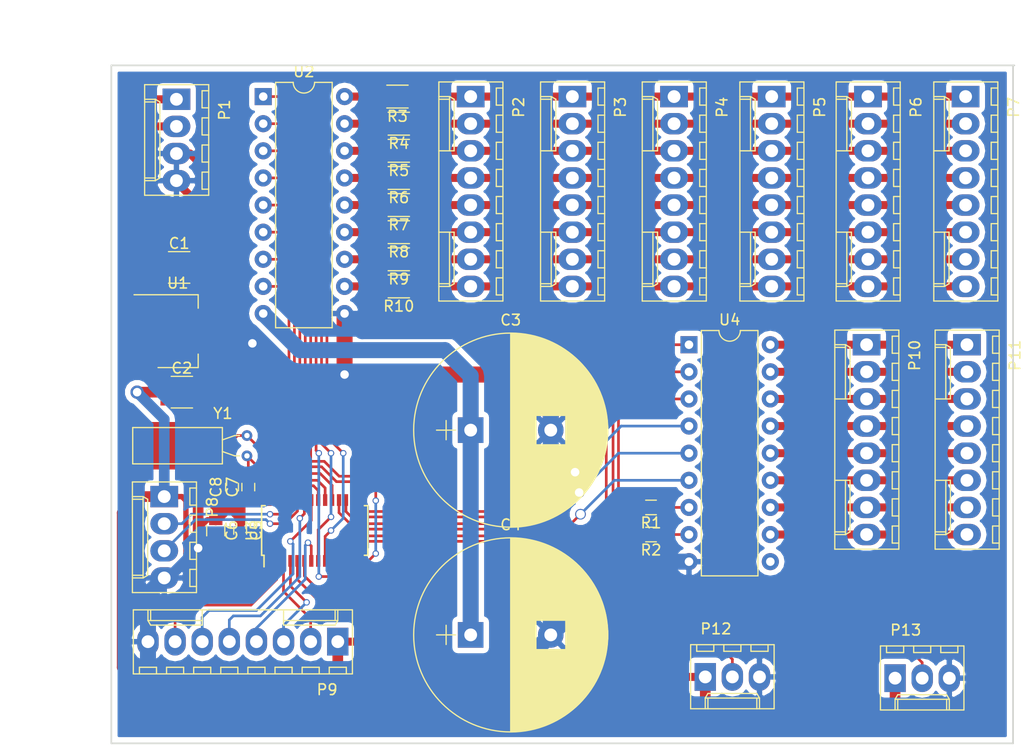
<source format=kicad_pcb>
(kicad_pcb (version 4) (host pcbnew 4.0.4-stable)
  (layers (0 F.Cu signal) (31 B.Cu signal) (34 B.Paste user) (35 F.Paste user) (36 B.SilkS user) (37 F.SilkS user) (38 B.Mask user) (39 F.Mask user) (44 Edge.Cuts user))
  (net 0 "")
  (net 1 /12V)
  (net 2 GND)
  (net 3 /3V3)
  (net 4 "Net-(C7-Pad2)")
  (net 5 "Net-(C8-Pad2)")
  (net 6 "Net-(P2-Pad1)")
  (net 7 "Net-(P2-Pad2)")
  (net 8 "Net-(P2-Pad3)")
  (net 9 "Net-(P2-Pad4)")
  (net 10 "Net-(P2-Pad5)")
  (net 11 "Net-(P2-Pad6)")
  (net 12 "Net-(P2-Pad7)")
  (net 13 "Net-(P2-Pad8)")
  (net 14 /TEST)
  (net 15 /~RST)
  (net 16 /UART_RXD)
  (net 17 /UART_TXD)
  (net 18 /SPICLK)
  (net 19 /MOSI)
  (net 20 /MISO)
  (net 21 /GPIO0)
  (net 22 "Net-(P10-Pad1)")
  (net 23 "Net-(P10-Pad2)")
  (net 24 "Net-(P10-Pad3)")
  (net 25 "Net-(P10-Pad4)")
  (net 26 "Net-(P10-Pad5)")
  (net 27 "Net-(P10-Pad6)")
  (net 28 "Net-(P10-Pad7)")
  (net 29 "Net-(P10-Pad8)")
  (net 30 "Net-(R1-Pad1)")
  (net 31 "Net-(R2-Pad1)")
  (net 32 "Net-(R3-Pad2)")
  (net 33 "Net-(R4-Pad2)")
  (net 34 "Net-(R5-Pad2)")
  (net 35 "Net-(R6-Pad2)")
  (net 36 "Net-(R7-Pad2)")
  (net 37 "Net-(R8-Pad2)")
  (net 38 "Net-(R9-Pad2)")
  (net 39 "Net-(R10-Pad2)")
  (net 40 /LV_SEGA)
  (net 41 /LV_SEGB)
  (net 42 /LV_SEGC)
  (net 43 /LV_SEGD)
  (net 44 /LV_SEGE)
  (net 45 /LV_SEGF)
  (net 46 /LV_SEGG)
  (net 47 /LV_DP)
  (net 48 /LV_DIG0)
  (net 49 /LV_DIG1)
  (net 50 /LV_DIG2)
  (net 51 /LV_DIG3)
  (net 52 /LV_DIG4)
  (net 53 /LV_DIG5)
  (net 54 "Net-(U4-Pad10)")
  (net 55 /LMT86_SIG)
  (net 56 /GPIO1)
  (module Housings_DIP:DIP-18_W7.62mm (layer F.Cu) (at 75.819 57.277)
    (fp_text reference U2 (at 3.81 -2.33) (layer F.SilkS))
    (fp_text value A2981)
    (pad 1 thru_hole rect (at 0 0) (size 1.6 1.6) (drill 0.8) (layers *.Cu *.Mask) (net 40 /LV_SEGA))
    (pad 10 thru_hole oval (at 7.62 20.32) (size 1.6 1.6) (drill 0.8) (layers *.Cu *.Mask) (net 2 GND))
    (pad 2 thru_hole oval (at 0 2.54) (size 1.6 1.6) (drill 0.8) (layers *.Cu *.Mask) (net 41 /LV_SEGB))
    (pad 11 thru_hole oval (at 7.62 17.78) (size 1.6 1.6) (drill 0.8) (layers *.Cu *.Mask) (net 39 "Net-(R10-Pad2)"))
    (pad 3 thru_hole oval (at 0 5.08) (size 1.6 1.6) (drill 0.8) (layers *.Cu *.Mask) (net 42 /LV_SEGC))
    (pad 12 thru_hole oval (at 7.62 15.24) (size 1.6 1.6) (drill 0.8) (layers *.Cu *.Mask) (net 38 "Net-(R9-Pad2)"))
    (pad 4 thru_hole oval (at 0 7.62) (size 1.6 1.6) (drill 0.8) (layers *.Cu *.Mask) (net 43 /LV_SEGD))
    (pad 13 thru_hole oval (at 7.62 12.7) (size 1.6 1.6) (drill 0.8) (layers *.Cu *.Mask) (net 37 "Net-(R8-Pad2)"))
    (pad 5 thru_hole oval (at 0 10.16) (size 1.6 1.6) (drill 0.8) (layers *.Cu *.Mask) (net 44 /LV_SEGE))
    (pad 14 thru_hole oval (at 7.62 10.16) (size 1.6 1.6) (drill 0.8) (layers *.Cu *.Mask) (net 36 "Net-(R7-Pad2)"))
    (pad 6 thru_hole oval (at 0 12.7) (size 1.6 1.6) (drill 0.8) (layers *.Cu *.Mask) (net 45 /LV_SEGF))
    (pad 15 thru_hole oval (at 7.62 7.62) (size 1.6 1.6) (drill 0.8) (layers *.Cu *.Mask) (net 35 "Net-(R6-Pad2)"))
    (pad 7 thru_hole oval (at 0 15.24) (size 1.6 1.6) (drill 0.8) (layers *.Cu *.Mask) (net 46 /LV_SEGG))
    (pad 16 thru_hole oval (at 7.62 5.08) (size 1.6 1.6) (drill 0.8) (layers *.Cu *.Mask) (net 34 "Net-(R5-Pad2)"))
    (pad 8 thru_hole oval (at 0 17.78) (size 1.6 1.6) (drill 0.8) (layers *.Cu *.Mask) (net 47 /LV_DP))
    (pad 17 thru_hole oval (at 7.62 2.54) (size 1.6 1.6) (drill 0.8) (layers *.Cu *.Mask) (net 33 "Net-(R4-Pad2)"))
    (pad 9 thru_hole oval (at 0 20.32) (size 1.6 1.6) (drill 0.8) (layers *.Cu *.Mask) (net 1 /12V))
    (pad 18 thru_hole oval (at 7.62 0) (size 1.6 1.6) (drill 0.8) (layers *.Cu *.Mask) (net 32 "Net-(R3-Pad2)"))
  )
  (module Capacitors_SMD:C_1210 (layer F.Cu) (at 67.945 73.279)
    (fp_text reference C1 (at 0 -2.25) (layer F.SilkS))
    (fp_text value 10uF)
    (pad 1 smd rect (at -1.5 0) (size 1 2.5) (layers F.Cu F.Paste F.Mask) (net 1 /12V))
    (pad 2 smd rect (at 1.5 0) (size 1 2.5) (layers F.Cu F.Paste F.Mask) (net 2 GND))
  )
  (module Capacitors_SMD:C_1210 (layer F.Cu) (at 68.199 84.963)
    (fp_text reference C2 (at 0 -2.25) (layer F.SilkS))
    (fp_text value 10uF)
    (pad 1 smd rect (at -1.5 0) (size 1 2.5) (layers F.Cu F.Paste F.Mask) (net 3 /3V3))
    (pad 2 smd rect (at 1.5 0) (size 1 2.5) (layers F.Cu F.Paste F.Mask) (net 2 GND))
  )
  (module Capacitors_ThroughHole:CP_Radial_D18.0mm_P7.50mm (layer F.Cu) (at 95.25 88.519)
    (fp_text reference C3 (at 3.75 -10.31) (layer F.SilkS))
    (fp_text value 6800uF)
    (pad 1 thru_hole rect (at 0 0) (size 2.4 2.4) (drill 1.2) (layers *.Cu *.Mask) (net 1 /12V))
    (pad 2 thru_hole circle (at 7.5 0) (size 2.4 2.4) (drill 1.2) (layers *.Cu *.Mask) (net 2 GND))
  )
  (module Capacitors_ThroughHole:CP_Radial_D18.0mm_P7.50mm (layer F.Cu) (at 95.25 107.696)
    (fp_text reference C4 (at 3.75 -10.31) (layer F.SilkS))
    (fp_text value 6800uF)
    (pad 1 thru_hole rect (at 0 0) (size 2.4 2.4) (drill 1.2) (layers *.Cu *.Mask) (net 1 /12V))
    (pad 2 thru_hole circle (at 7.5 0) (size 2.4 2.4) (drill 1.2) (layers *.Cu *.Mask) (net 2 GND))
  )
  (module Capacitors_SMD:C_0603 (layer F.Cu) (at 73.66 97.917 270)
    (fp_text reference C5 (at 0 -1.5 270) (layer F.SilkS))
    (fp_text value 100nF)
    (pad 2 smd rect (at 0.75 0 270) (size 0.8 0.75) (layers F.Cu F.Paste F.Mask) (net 3 /3V3))
    (pad 1 smd rect (at -0.75 0 270) (size 0.8 0.75) (layers F.Cu F.Paste F.Mask) (net 2 GND))
  )
  (module Capacitors_SMD:C_0805 (layer F.Cu) (at 71.374 97.917 270)
    (fp_text reference C6 (at 0 -1.5 270) (layer F.SilkS))
    (fp_text value 1uF)
    (pad 1 smd rect (at -1 0 270) (size 1 1.25) (layers F.Cu F.Paste F.Mask) (net 2 GND))
    (pad 2 smd rect (at 1 0 270) (size 1 1.25) (layers F.Cu F.Paste F.Mask) (net 3 /3V3))
  )
  (module Capacitors_SMD:C_0603 (layer F.Cu) (at 74.422 93.853 90)
    (fp_text reference C7 (at 0 -1.5 90) (layer F.SilkS))
    (fp_text value 12pF)
    (pad 2 smd rect (at 0.75 0 90) (size 0.8 0.75) (layers F.Cu F.Paste F.Mask) (net 4 "Net-(C7-Pad2)"))
    (pad 1 smd rect (at -0.75 0 90) (size 0.8 0.75) (layers F.Cu F.Paste F.Mask) (net 2 GND))
  )
  (module Capacitors_SMD:C_0603 (layer F.Cu) (at 72.898 93.853 90)
    (fp_text reference C8 (at 0 -1.5 90) (layer F.SilkS))
    (fp_text value 12pF)
    (pad 2 smd rect (at 0.75 0 90) (size 0.8 0.75) (layers F.Cu F.Paste F.Mask) (net 5 "Net-(C8-Pad2)"))
    (pad 1 smd rect (at -0.75 0 90) (size 0.8 0.75) (layers F.Cu F.Paste F.Mask) (net 2 GND))
  )
  (module Connectors_Molex:Molex_KK-6410-04_04x2.54mm_Straight (layer F.Cu) (at 67.691 57.531 270)
    (fp_text reference P1 (at 1 -4.5 270) (layer F.SilkS))
    (fp_text value CONN_01X04)
    (pad 1 thru_hole rect (at 0 0 270) (size 2 2.6) (drill 1.2) (layers *.Cu *.Mask) (net 1 /12V))
    (pad 2 thru_hole oval (at 2.54 0 270) (size 2 2.6) (drill 1.2) (layers *.Cu *.Mask) (net 1 /12V))
    (pad 3 thru_hole oval (at 5.08 0 270) (size 2 2.6) (drill 1.2) (layers *.Cu *.Mask) (net 2 GND))
    (pad 4 thru_hole oval (at 7.62 0 270) (size 2 2.6) (drill 1.2) (layers *.Cu *.Mask) (net 2 GND))
  )
  (module Connectors_Molex:Molex_KK-6410-08_08x2.54mm_Straight (layer F.Cu) (at 95.25 57.277 270)
    (fp_text reference P2 (at 1 -4.5 270) (layer F.SilkS))
    (fp_text value CONN_01X08)
    (pad 1 thru_hole rect (at 0 0 270) (size 2 2.6) (drill 1.2) (layers *.Cu *.Mask) (net 6 "Net-(P2-Pad1)"))
    (pad 2 thru_hole oval (at 2.54 0 270) (size 2 2.6) (drill 1.2) (layers *.Cu *.Mask) (net 7 "Net-(P2-Pad2)"))
    (pad 3 thru_hole oval (at 5.08 0 270) (size 2 2.6) (drill 1.2) (layers *.Cu *.Mask) (net 8 "Net-(P2-Pad3)"))
    (pad 4 thru_hole oval (at 7.62 0 270) (size 2 2.6) (drill 1.2) (layers *.Cu *.Mask) (net 9 "Net-(P2-Pad4)"))
    (pad 5 thru_hole oval (at 10.16 0 270) (size 2 2.6) (drill 1.2) (layers *.Cu *.Mask) (net 10 "Net-(P2-Pad5)"))
    (pad 6 thru_hole oval (at 12.7 0 270) (size 2 2.6) (drill 1.2) (layers *.Cu *.Mask) (net 11 "Net-(P2-Pad6)"))
    (pad 7 thru_hole oval (at 15.24 0 270) (size 2 2.6) (drill 1.2) (layers *.Cu *.Mask) (net 12 "Net-(P2-Pad7)"))
    (pad 8 thru_hole oval (at 17.78 0 270) (size 2 2.6) (drill 1.2) (layers *.Cu *.Mask) (net 13 "Net-(P2-Pad8)"))
  )
  (module Connectors_Molex:Molex_KK-6410-08_08x2.54mm_Straight (layer F.Cu) (at 104.775 57.277 270)
    (fp_text reference P3 (at 1 -4.5 270) (layer F.SilkS))
    (fp_text value CONN_01X08)
    (pad 1 thru_hole rect (at 0 0 270) (size 2 2.6) (drill 1.2) (layers *.Cu *.Mask) (net 6 "Net-(P2-Pad1)"))
    (pad 2 thru_hole oval (at 2.54 0 270) (size 2 2.6) (drill 1.2) (layers *.Cu *.Mask) (net 7 "Net-(P2-Pad2)"))
    (pad 3 thru_hole oval (at 5.08 0 270) (size 2 2.6) (drill 1.2) (layers *.Cu *.Mask) (net 8 "Net-(P2-Pad3)"))
    (pad 4 thru_hole oval (at 7.62 0 270) (size 2 2.6) (drill 1.2) (layers *.Cu *.Mask) (net 9 "Net-(P2-Pad4)"))
    (pad 5 thru_hole oval (at 10.16 0 270) (size 2 2.6) (drill 1.2) (layers *.Cu *.Mask) (net 10 "Net-(P2-Pad5)"))
    (pad 6 thru_hole oval (at 12.7 0 270) (size 2 2.6) (drill 1.2) (layers *.Cu *.Mask) (net 11 "Net-(P2-Pad6)"))
    (pad 7 thru_hole oval (at 15.24 0 270) (size 2 2.6) (drill 1.2) (layers *.Cu *.Mask) (net 12 "Net-(P2-Pad7)"))
    (pad 8 thru_hole oval (at 17.78 0 270) (size 2 2.6) (drill 1.2) (layers *.Cu *.Mask) (net 13 "Net-(P2-Pad8)"))
  )
  (module Connectors_Molex:Molex_KK-6410-08_08x2.54mm_Straight (layer F.Cu) (at 114.3 57.277 270)
    (fp_text reference P4 (at 1 -4.5 270) (layer F.SilkS))
    (fp_text value CONN_01X08)
    (pad 1 thru_hole rect (at 0 0 270) (size 2 2.6) (drill 1.2) (layers *.Cu *.Mask) (net 6 "Net-(P2-Pad1)"))
    (pad 2 thru_hole oval (at 2.54 0 270) (size 2 2.6) (drill 1.2) (layers *.Cu *.Mask) (net 7 "Net-(P2-Pad2)"))
    (pad 3 thru_hole oval (at 5.08 0 270) (size 2 2.6) (drill 1.2) (layers *.Cu *.Mask) (net 8 "Net-(P2-Pad3)"))
    (pad 4 thru_hole oval (at 7.62 0 270) (size 2 2.6) (drill 1.2) (layers *.Cu *.Mask) (net 9 "Net-(P2-Pad4)"))
    (pad 5 thru_hole oval (at 10.16 0 270) (size 2 2.6) (drill 1.2) (layers *.Cu *.Mask) (net 10 "Net-(P2-Pad5)"))
    (pad 6 thru_hole oval (at 12.7 0 270) (size 2 2.6) (drill 1.2) (layers *.Cu *.Mask) (net 11 "Net-(P2-Pad6)"))
    (pad 7 thru_hole oval (at 15.24 0 270) (size 2 2.6) (drill 1.2) (layers *.Cu *.Mask) (net 12 "Net-(P2-Pad7)"))
    (pad 8 thru_hole oval (at 17.78 0 270) (size 2 2.6) (drill 1.2) (layers *.Cu *.Mask) (net 13 "Net-(P2-Pad8)"))
  )
  (module Connectors_Molex:Molex_KK-6410-08_08x2.54mm_Straight (layer F.Cu) (at 123.444 57.277 270)
    (fp_text reference P5 (at 1 -4.5 270) (layer F.SilkS))
    (fp_text value CONN_01X08)
    (pad 1 thru_hole rect (at 0 0 270) (size 2 2.6) (drill 1.2) (layers *.Cu *.Mask) (net 6 "Net-(P2-Pad1)"))
    (pad 2 thru_hole oval (at 2.54 0 270) (size 2 2.6) (drill 1.2) (layers *.Cu *.Mask) (net 7 "Net-(P2-Pad2)"))
    (pad 3 thru_hole oval (at 5.08 0 270) (size 2 2.6) (drill 1.2) (layers *.Cu *.Mask) (net 8 "Net-(P2-Pad3)"))
    (pad 4 thru_hole oval (at 7.62 0 270) (size 2 2.6) (drill 1.2) (layers *.Cu *.Mask) (net 9 "Net-(P2-Pad4)"))
    (pad 5 thru_hole oval (at 10.16 0 270) (size 2 2.6) (drill 1.2) (layers *.Cu *.Mask) (net 10 "Net-(P2-Pad5)"))
    (pad 6 thru_hole oval (at 12.7 0 270) (size 2 2.6) (drill 1.2) (layers *.Cu *.Mask) (net 11 "Net-(P2-Pad6)"))
    (pad 7 thru_hole oval (at 15.24 0 270) (size 2 2.6) (drill 1.2) (layers *.Cu *.Mask) (net 12 "Net-(P2-Pad7)"))
    (pad 8 thru_hole oval (at 17.78 0 270) (size 2 2.6) (drill 1.2) (layers *.Cu *.Mask) (net 13 "Net-(P2-Pad8)"))
  )
  (module Connectors_Molex:Molex_KK-6410-08_08x2.54mm_Straight (layer F.Cu) (at 132.461 57.277 270)
    (fp_text reference P6 (at 1 -4.5 270) (layer F.SilkS))
    (fp_text value CONN_01X08)
    (pad 1 thru_hole rect (at 0 0 270) (size 2 2.6) (drill 1.2) (layers *.Cu *.Mask) (net 6 "Net-(P2-Pad1)"))
    (pad 2 thru_hole oval (at 2.54 0 270) (size 2 2.6) (drill 1.2) (layers *.Cu *.Mask) (net 7 "Net-(P2-Pad2)"))
    (pad 3 thru_hole oval (at 5.08 0 270) (size 2 2.6) (drill 1.2) (layers *.Cu *.Mask) (net 8 "Net-(P2-Pad3)"))
    (pad 4 thru_hole oval (at 7.62 0 270) (size 2 2.6) (drill 1.2) (layers *.Cu *.Mask) (net 9 "Net-(P2-Pad4)"))
    (pad 5 thru_hole oval (at 10.16 0 270) (size 2 2.6) (drill 1.2) (layers *.Cu *.Mask) (net 10 "Net-(P2-Pad5)"))
    (pad 6 thru_hole oval (at 12.7 0 270) (size 2 2.6) (drill 1.2) (layers *.Cu *.Mask) (net 11 "Net-(P2-Pad6)"))
    (pad 7 thru_hole oval (at 15.24 0 270) (size 2 2.6) (drill 1.2) (layers *.Cu *.Mask) (net 12 "Net-(P2-Pad7)"))
    (pad 8 thru_hole oval (at 17.78 0 270) (size 2 2.6) (drill 1.2) (layers *.Cu *.Mask) (net 13 "Net-(P2-Pad8)"))
  )
  (module Connectors_Molex:Molex_KK-6410-08_08x2.54mm_Straight (layer F.Cu) (at 141.605 57.277 270)
    (fp_text reference P7 (at 1 -4.5 270) (layer F.SilkS))
    (fp_text value CONN_01X08)
    (pad 1 thru_hole rect (at 0 0 270) (size 2 2.6) (drill 1.2) (layers *.Cu *.Mask) (net 6 "Net-(P2-Pad1)"))
    (pad 2 thru_hole oval (at 2.54 0 270) (size 2 2.6) (drill 1.2) (layers *.Cu *.Mask) (net 7 "Net-(P2-Pad2)"))
    (pad 3 thru_hole oval (at 5.08 0 270) (size 2 2.6) (drill 1.2) (layers *.Cu *.Mask) (net 8 "Net-(P2-Pad3)"))
    (pad 4 thru_hole oval (at 7.62 0 270) (size 2 2.6) (drill 1.2) (layers *.Cu *.Mask) (net 9 "Net-(P2-Pad4)"))
    (pad 5 thru_hole oval (at 10.16 0 270) (size 2 2.6) (drill 1.2) (layers *.Cu *.Mask) (net 10 "Net-(P2-Pad5)"))
    (pad 6 thru_hole oval (at 12.7 0 270) (size 2 2.6) (drill 1.2) (layers *.Cu *.Mask) (net 11 "Net-(P2-Pad6)"))
    (pad 7 thru_hole oval (at 15.24 0 270) (size 2 2.6) (drill 1.2) (layers *.Cu *.Mask) (net 12 "Net-(P2-Pad7)"))
    (pad 8 thru_hole oval (at 17.78 0 270) (size 2 2.6) (drill 1.2) (layers *.Cu *.Mask) (net 13 "Net-(P2-Pad8)"))
  )
  (module Connectors_Molex:Molex_KK-6410-04_04x2.54mm_Straight (layer F.Cu) (at 66.548 94.742 270)
    (fp_text reference P8 (at 1 -4.5 270) (layer F.SilkS))
    (fp_text value CONN_01X04)
    (pad 1 thru_hole rect (at 0 0 270) (size 2 2.6) (drill 1.2) (layers *.Cu *.Mask) (net 3 /3V3))
    (pad 2 thru_hole oval (at 2.54 0 270) (size 2 2.6) (drill 1.2) (layers *.Cu *.Mask) (net 14 /TEST))
    (pad 3 thru_hole oval (at 5.08 0 270) (size 2 2.6) (drill 1.2) (layers *.Cu *.Mask) (net 15 /~RST))
    (pad 4 thru_hole oval (at 7.62 0 270) (size 2 2.6) (drill 1.2) (layers *.Cu *.Mask) (net 2 GND))
  )
  (module Connectors_Molex:Molex_KK-6410-08_08x2.54mm_Straight (layer F.Cu) (at 82.804 108.331 180)
    (fp_text reference P9 (at 1 -4.5 180) (layer F.SilkS))
    (fp_text value CONN_01X08)
    (pad 1 thru_hole rect (at 0 0 180) (size 2 2.6) (drill 1.2) (layers *.Cu *.Mask) (net 3 /3V3))
    (pad 2 thru_hole oval (at 2.54 0 180) (size 2 2.6) (drill 1.2) (layers *.Cu *.Mask) (net 16 /UART_RXD))
    (pad 3 thru_hole oval (at 5.08 0 180) (size 2 2.6) (drill 1.2) (layers *.Cu *.Mask) (net 17 /UART_TXD))
    (pad 4 thru_hole oval (at 7.62 0 180) (size 2 2.6) (drill 1.2) (layers *.Cu *.Mask) (net 18 /SPICLK))
    (pad 5 thru_hole oval (at 10.16 0 180) (size 2 2.6) (drill 1.2) (layers *.Cu *.Mask) (net 19 /MOSI))
    (pad 6 thru_hole oval (at 12.7 0 180) (size 2 2.6) (drill 1.2) (layers *.Cu *.Mask) (net 20 /MISO))
    (pad 7 thru_hole oval (at 15.24 0 180) (size 2 2.6) (drill 1.2) (layers *.Cu *.Mask) (net 21 /GPIO0))
    (pad 8 thru_hole oval (at 17.78 0 180) (size 2 2.6) (drill 1.2) (layers *.Cu *.Mask) (net 2 GND))
  )
  (module Connectors_Molex:Molex_KK-6410-08_08x2.54mm_Straight (layer F.Cu) (at 132.334 80.518 270)
    (fp_text reference P10 (at 1 -4.5 270) (layer F.SilkS))
    (fp_text value CONN_01X08)
    (pad 1 thru_hole rect (at 0 0 270) (size 2 2.6) (drill 1.2) (layers *.Cu *.Mask) (net 22 "Net-(P10-Pad1)"))
    (pad 2 thru_hole oval (at 2.54 0 270) (size 2 2.6) (drill 1.2) (layers *.Cu *.Mask) (net 23 "Net-(P10-Pad2)"))
    (pad 3 thru_hole oval (at 5.08 0 270) (size 2 2.6) (drill 1.2) (layers *.Cu *.Mask) (net 24 "Net-(P10-Pad3)"))
    (pad 4 thru_hole oval (at 7.62 0 270) (size 2 2.6) (drill 1.2) (layers *.Cu *.Mask) (net 25 "Net-(P10-Pad4)"))
    (pad 5 thru_hole oval (at 10.16 0 270) (size 2 2.6) (drill 1.2) (layers *.Cu *.Mask) (net 26 "Net-(P10-Pad5)"))
    (pad 6 thru_hole oval (at 12.7 0 270) (size 2 2.6) (drill 1.2) (layers *.Cu *.Mask) (net 27 "Net-(P10-Pad6)"))
    (pad 7 thru_hole oval (at 15.24 0 270) (size 2 2.6) (drill 1.2) (layers *.Cu *.Mask) (net 28 "Net-(P10-Pad7)"))
    (pad 8 thru_hole oval (at 17.78 0 270) (size 2 2.6) (drill 1.2) (layers *.Cu *.Mask) (net 29 "Net-(P10-Pad8)"))
  )
  (module Connectors_Molex:Molex_KK-6410-08_08x2.54mm_Straight (layer F.Cu) (at 141.732 80.518 270)
    (fp_text reference P11 (at 1 -4.5 270) (layer F.SilkS))
    (fp_text value CONN_01X08)
    (pad 1 thru_hole rect (at 0 0 270) (size 2 2.6) (drill 1.2) (layers *.Cu *.Mask) (net 22 "Net-(P10-Pad1)"))
    (pad 2 thru_hole oval (at 2.54 0 270) (size 2 2.6) (drill 1.2) (layers *.Cu *.Mask) (net 23 "Net-(P10-Pad2)"))
    (pad 3 thru_hole oval (at 5.08 0 270) (size 2 2.6) (drill 1.2) (layers *.Cu *.Mask) (net 24 "Net-(P10-Pad3)"))
    (pad 4 thru_hole oval (at 7.62 0 270) (size 2 2.6) (drill 1.2) (layers *.Cu *.Mask) (net 25 "Net-(P10-Pad4)"))
    (pad 5 thru_hole oval (at 10.16 0 270) (size 2 2.6) (drill 1.2) (layers *.Cu *.Mask) (net 26 "Net-(P10-Pad5)"))
    (pad 6 thru_hole oval (at 12.7 0 270) (size 2 2.6) (drill 1.2) (layers *.Cu *.Mask) (net 27 "Net-(P10-Pad6)"))
    (pad 7 thru_hole oval (at 15.24 0 270) (size 2 2.6) (drill 1.2) (layers *.Cu *.Mask) (net 28 "Net-(P10-Pad7)"))
    (pad 8 thru_hole oval (at 17.78 0 270) (size 2 2.6) (drill 1.2) (layers *.Cu *.Mask) (net 29 "Net-(P10-Pad8)"))
  )
  (module Resistors_SMD:R_0603 (layer F.Cu) (at 112.141 95.758 180)
    (fp_text reference R1 (at 0 -1.45 180) (layer F.SilkS))
    (fp_text value 10k)
    (pad 1 smd rect (at -0.75 0 180) (size 0.5 0.9) (layers F.Cu F.Paste F.Mask) (net 30 "Net-(R1-Pad1)"))
    (pad 2 smd rect (at 0.75 0 180) (size 0.5 0.9) (layers F.Cu F.Paste F.Mask) (net 2 GND))
  )
  (module Resistors_SMD:R_0603 (layer F.Cu) (at 112.141 98.298 180)
    (fp_text reference R2 (at 0 -1.45 180) (layer F.SilkS))
    (fp_text value 10k)
    (pad 1 smd rect (at -0.75 0 180) (size 0.5 0.9) (layers F.Cu F.Paste F.Mask) (net 31 "Net-(R2-Pad1)"))
    (pad 2 smd rect (at 0.75 0 180) (size 0.5 0.9) (layers F.Cu F.Paste F.Mask) (net 2 GND))
  )
  (module TO_SOT_Packages_SMD:SOT-223 (layer F.Cu) (at 67.818 79.248)
    (fp_text reference U1 (at 0 -4.5) (layer F.SilkS))
    (fp_text value MIC5201-3.3)
    (pad 4 smd rect (at 3.15 0) (size 2 3.8) (layers F.Cu F.Paste F.Mask) (net 2 GND))
    (pad 2 smd rect (at -3.15 0) (size 2 1.5) (layers F.Cu F.Paste F.Mask) (net 2 GND))
    (pad 3 smd rect (at -3.15 2.3) (size 2 1.5) (layers F.Cu F.Paste F.Mask) (net 3 /3V3))
    (pad 1 smd rect (at -3.15 -2.3) (size 2 1.5) (layers F.Cu F.Paste F.Mask) (net 1 /12V))
  )
  (module Housings_SSOP:TSSOP-28_4.4x9.7mm_Pitch0.65mm (layer F.Cu) (at 80.645 97.917 90)
    (fp_text reference U3 (at 0 -5.9 90) (layer F.SilkS))
    (fp_text value MSP430G2553)
    (pad 1 smd rect (at -2.85 -4.225 90) (size 1.1 0.4) (layers F.Cu F.Paste F.Mask) (net 3 /3V3))
    (pad 2 smd rect (at -2.85 -3.575 90) (size 1.1 0.4) (layers F.Cu F.Paste F.Mask) (net 21 /GPIO0))
    (pad 3 smd rect (at -2.85 -2.925 90) (size 1.1 0.4) (layers F.Cu F.Paste F.Mask) (net 16 /UART_RXD))
    (pad 4 smd rect (at -2.85 -2.275 90) (size 1.1 0.4) (layers F.Cu F.Paste F.Mask) (net 17 /UART_TXD))
    (pad 5 smd rect (at -2.85 -1.625 90) (size 1.1 0.4) (layers F.Cu F.Paste F.Mask) (net 55 /LMT86_SIG))
    (pad 6 smd rect (at -2.85 -0.975 90) (size 1.1 0.4) (layers F.Cu F.Paste F.Mask) (net 56 /GPIO1))
    (pad 7 smd rect (at -2.85 -0.325 90) (size 1.1 0.4) (layers F.Cu F.Paste F.Mask) (net 18 /SPICLK))
    (pad 8 smd rect (at -2.85 0.325 90) (size 1.1 0.4) (layers F.Cu F.Paste F.Mask) (net 41 /LV_SEGB))
    (pad 9 smd rect (at -2.85 0.975 90) (size 1.1 0.4) (layers F.Cu F.Paste F.Mask) (net 40 /LV_SEGA))
    (pad 10 smd rect (at -2.85 1.625 90) (size 1.1 0.4) (layers F.Cu F.Paste F.Mask) (net 48 /LV_DIG0))
    (pad 11 smd rect (at -2.85 2.275 90) (size 1.1 0.4) (layers F.Cu F.Paste F.Mask) (net 49 /LV_DIG1))
    (pad 12 smd rect (at -2.85 2.925 90) (size 1.1 0.4) (layers F.Cu F.Paste F.Mask) (net 50 /LV_DIG2))
    (pad 13 smd rect (at -2.85 3.575 90) (size 1.1 0.4) (layers F.Cu F.Paste F.Mask) (net 42 /LV_SEGC))
    (pad 14 smd rect (at -2.85 4.225 90) (size 1.1 0.4) (layers F.Cu F.Paste F.Mask) (net 43 /LV_SEGD))
    (pad 15 smd rect (at 2.85 4.225 90) (size 1.1 0.4) (layers F.Cu F.Paste F.Mask) (net 44 /LV_SEGE))
    (pad 16 smd rect (at 2.85 3.575 90) (size 1.1 0.4) (layers F.Cu F.Paste F.Mask) (net 51 /LV_DIG3))
    (pad 17 smd rect (at 2.85 2.925 90) (size 1.1 0.4) (layers F.Cu F.Paste F.Mask) (net 52 /LV_DIG4))
    (pad 18 smd rect (at 2.85 2.275 90) (size 1.1 0.4) (layers F.Cu F.Paste F.Mask) (net 53 /LV_DIG5))
    (pad 19 smd rect (at 2.85 1.625 90) (size 1.1 0.4) (layers F.Cu F.Paste F.Mask) (net 45 /LV_SEGF))
    (pad 20 smd rect (at 2.85 0.975 90) (size 1.1 0.4) (layers F.Cu F.Paste F.Mask) (net 46 /LV_SEGG))
    (pad 21 smd rect (at 2.85 0.325 90) (size 1.1 0.4) (layers F.Cu F.Paste F.Mask) (net 47 /LV_DP))
    (pad 22 smd rect (at 2.85 -0.325 90) (size 1.1 0.4) (layers F.Cu F.Paste F.Mask) (net 20 /MISO))
    (pad 23 smd rect (at 2.85 -0.975 90) (size 1.1 0.4) (layers F.Cu F.Paste F.Mask) (net 19 /MOSI))
    (pad 24 smd rect (at 2.85 -1.625 90) (size 1.1 0.4) (layers F.Cu F.Paste F.Mask) (net 15 /~RST))
    (pad 25 smd rect (at 2.85 -2.275 90) (size 1.1 0.4) (layers F.Cu F.Paste F.Mask) (net 14 /TEST))
    (pad 26 smd rect (at 2.85 -2.925 90) (size 1.1 0.4) (layers F.Cu F.Paste F.Mask) (net 5 "Net-(C8-Pad2)"))
    (pad 27 smd rect (at 2.85 -3.575 90) (size 1.1 0.4) (layers F.Cu F.Paste F.Mask) (net 4 "Net-(C7-Pad2)"))
    (pad 28 smd rect (at 2.85 -4.225 90) (size 1.1 0.4) (layers F.Cu F.Paste F.Mask) (net 2 GND))
  )
  (module Housings_DIP:DIP-18_W7.62mm (layer F.Cu) (at 115.697 80.518)
    (fp_text reference U4 (at 3.81 -2.33) (layer F.SilkS))
    (fp_text value ULN2803A)
    (pad 1 thru_hole rect (at 0 0) (size 1.6 1.6) (drill 0.8) (layers *.Cu *.Mask) (net 48 /LV_DIG0))
    (pad 10 thru_hole oval (at 7.62 20.32) (size 1.6 1.6) (drill 0.8) (layers *.Cu *.Mask) (net 54 "Net-(U4-Pad10)"))
    (pad 2 thru_hole oval (at 0 2.54) (size 1.6 1.6) (drill 0.8) (layers *.Cu *.Mask) (net 49 /LV_DIG1))
    (pad 11 thru_hole oval (at 7.62 17.78) (size 1.6 1.6) (drill 0.8) (layers *.Cu *.Mask) (net 29 "Net-(P10-Pad8)"))
    (pad 3 thru_hole oval (at 0 5.08) (size 1.6 1.6) (drill 0.8) (layers *.Cu *.Mask) (net 50 /LV_DIG2))
    (pad 12 thru_hole oval (at 7.62 15.24) (size 1.6 1.6) (drill 0.8) (layers *.Cu *.Mask) (net 28 "Net-(P10-Pad7)"))
    (pad 4 thru_hole oval (at 0 7.62) (size 1.6 1.6) (drill 0.8) (layers *.Cu *.Mask) (net 51 /LV_DIG3))
    (pad 13 thru_hole oval (at 7.62 12.7) (size 1.6 1.6) (drill 0.8) (layers *.Cu *.Mask) (net 27 "Net-(P10-Pad6)"))
    (pad 5 thru_hole oval (at 0 10.16) (size 1.6 1.6) (drill 0.8) (layers *.Cu *.Mask) (net 52 /LV_DIG4))
    (pad 14 thru_hole oval (at 7.62 10.16) (size 1.6 1.6) (drill 0.8) (layers *.Cu *.Mask) (net 26 "Net-(P10-Pad5)"))
    (pad 6 thru_hole oval (at 0 12.7) (size 1.6 1.6) (drill 0.8) (layers *.Cu *.Mask) (net 53 /LV_DIG5))
    (pad 15 thru_hole oval (at 7.62 7.62) (size 1.6 1.6) (drill 0.8) (layers *.Cu *.Mask) (net 25 "Net-(P10-Pad4)"))
    (pad 7 thru_hole oval (at 0 15.24) (size 1.6 1.6) (drill 0.8) (layers *.Cu *.Mask) (net 30 "Net-(R1-Pad1)"))
    (pad 16 thru_hole oval (at 7.62 5.08) (size 1.6 1.6) (drill 0.8) (layers *.Cu *.Mask) (net 24 "Net-(P10-Pad3)"))
    (pad 8 thru_hole oval (at 0 17.78) (size 1.6 1.6) (drill 0.8) (layers *.Cu *.Mask) (net 31 "Net-(R2-Pad1)"))
    (pad 17 thru_hole oval (at 7.62 2.54) (size 1.6 1.6) (drill 0.8) (layers *.Cu *.Mask) (net 23 "Net-(P10-Pad2)"))
    (pad 9 thru_hole oval (at 0 20.32) (size 1.6 1.6) (drill 0.8) (layers *.Cu *.Mask) (net 2 GND))
    (pad 18 thru_hole oval (at 7.62 0) (size 1.6 1.6) (drill 0.8) (layers *.Cu *.Mask) (net 22 "Net-(P10-Pad1)"))
  )
  (module Crystals:Crystal_C38-LF_d3.0mm_l8.0mm_Horizontal (layer F.Cu) (at 74.295 89.027 270)
    (fp_text reference Y1 (at -2.07 2.25 360) (layer F.SilkS))
    (fp_text value 32768Hz)
    (pad 1 thru_hole circle (at 0 0 270) (size 1 1) (drill 0.5) (layers *.Cu *.Mask) (net 5 "Net-(C8-Pad2)"))
    (pad 2 thru_hole circle (at 1.9 0 270) (size 1 1) (drill 0.5) (layers *.Cu *.Mask) (net 4 "Net-(C7-Pad2)"))
  )
  (module Resistors_SMD:R_1206 (layer F.Cu) (at 88.392 57.277 180)
    (fp_text reference R3 (at 0 -1.85 180) (layer F.SilkS))
    (fp_text value 39)
    (pad 1 smd rect (at -1.45 0 180) (size 0.9 1.7) (layers F.Cu F.Paste F.Mask) (net 6 "Net-(P2-Pad1)"))
    (pad 2 smd rect (at 1.45 0 180) (size 0.9 1.7) (layers F.Cu F.Paste F.Mask) (net 32 "Net-(R3-Pad2)"))
  )
  (module Resistors_SMD:R_1206 (layer F.Cu) (at 88.519 59.817 180)
    (fp_text reference R4 (at 0 -1.85 180) (layer F.SilkS))
    (fp_text value 39)
    (pad 1 smd rect (at -1.45 0 180) (size 0.9 1.7) (layers F.Cu F.Paste F.Mask) (net 7 "Net-(P2-Pad2)"))
    (pad 2 smd rect (at 1.45 0 180) (size 0.9 1.7) (layers F.Cu F.Paste F.Mask) (net 33 "Net-(R4-Pad2)"))
  )
  (module Resistors_SMD:R_1206 (layer F.Cu) (at 88.519 62.357 180)
    (fp_text reference R5 (at 0 -1.85 180) (layer F.SilkS))
    (fp_text value 39)
    (pad 1 smd rect (at -1.45 0 180) (size 0.9 1.7) (layers F.Cu F.Paste F.Mask) (net 8 "Net-(P2-Pad3)"))
    (pad 2 smd rect (at 1.45 0 180) (size 0.9 1.7) (layers F.Cu F.Paste F.Mask) (net 34 "Net-(R5-Pad2)"))
  )
  (module Resistors_SMD:R_1206 (layer F.Cu) (at 88.519 64.897 180)
    (fp_text reference R6 (at 0 -1.85 180) (layer F.SilkS))
    (fp_text value 39)
    (pad 1 smd rect (at -1.45 0 180) (size 0.9 1.7) (layers F.Cu F.Paste F.Mask) (net 9 "Net-(P2-Pad4)"))
    (pad 2 smd rect (at 1.45 0 180) (size 0.9 1.7) (layers F.Cu F.Paste F.Mask) (net 35 "Net-(R6-Pad2)"))
  )
  (module Resistors_SMD:R_1206 (layer F.Cu) (at 88.519 67.437 180)
    (fp_text reference R7 (at 0 -1.85 180) (layer F.SilkS))
    (fp_text value 39)
    (pad 1 smd rect (at -1.45 0 180) (size 0.9 1.7) (layers F.Cu F.Paste F.Mask) (net 10 "Net-(P2-Pad5)"))
    (pad 2 smd rect (at 1.45 0 180) (size 0.9 1.7) (layers F.Cu F.Paste F.Mask) (net 36 "Net-(R7-Pad2)"))
  )
  (module Resistors_SMD:R_1206 (layer F.Cu) (at 88.519 69.977 180)
    (fp_text reference R8 (at 0 -1.85 180) (layer F.SilkS))
    (fp_text value 39)
    (pad 1 smd rect (at -1.45 0 180) (size 0.9 1.7) (layers F.Cu F.Paste F.Mask) (net 11 "Net-(P2-Pad6)"))
    (pad 2 smd rect (at 1.45 0 180) (size 0.9 1.7) (layers F.Cu F.Paste F.Mask) (net 37 "Net-(R8-Pad2)"))
  )
  (module Resistors_SMD:R_1206 (layer F.Cu) (at 88.519 72.517 180)
    (fp_text reference R9 (at 0 -1.85 180) (layer F.SilkS))
    (fp_text value 39)
    (pad 1 smd rect (at -1.45 0 180) (size 0.9 1.7) (layers F.Cu F.Paste F.Mask) (net 12 "Net-(P2-Pad7)"))
    (pad 2 smd rect (at 1.45 0 180) (size 0.9 1.7) (layers F.Cu F.Paste F.Mask) (net 38 "Net-(R9-Pad2)"))
  )
  (module Resistors_SMD:R_1206 (layer F.Cu) (at 88.519 75.057 180)
    (fp_text reference R10 (at 0 -1.85 180) (layer F.SilkS))
    (fp_text value 540)
    (pad 1 smd rect (at -1.45 0 180) (size 0.9 1.7) (layers F.Cu F.Paste F.Mask) (net 13 "Net-(P2-Pad8)"))
    (pad 2 smd rect (at 1.45 0 180) (size 0.9 1.7) (layers F.Cu F.Paste F.Mask) (net 39 "Net-(R10-Pad2)"))
  )
  (module Connectors_Molex:Molex_KK-6410-03_03x2.54mm_Straight (layer F.Cu) (at 117.221 111.633)
    (fp_text reference P12 (at 1 -4.5) (layer F.SilkS))
    (fp_text value CONN_01X03)
    (pad 1 thru_hole rect (at 0 0) (size 2 2.6) (drill 1.2) (layers *.Cu *.Mask) (net 3 /3V3))
    (pad 2 thru_hole oval (at 2.54 0) (size 2 2.6) (drill 1.2) (layers *.Cu *.Mask) (net 55 /LMT86_SIG))
    (pad 3 thru_hole oval (at 5.08 0) (size 2 2.6) (drill 1.2) (layers *.Cu *.Mask) (net 2 GND))
  )
  (module Connectors_Molex:Molex_KK-6410-03_03x2.54mm_Straight (layer F.Cu) (at 135 111.75)
    (fp_text reference P13 (at 1 -4.5) (layer F.SilkS))
    (fp_text value CONN_01X03)
    (pad 1 thru_hole rect (at 0 0) (size 2 2.6) (drill 1.2) (layers *.Cu *.Mask) (net 3 /3V3))
    (pad 2 thru_hole oval (at 2.54 0) (size 2 2.6) (drill 1.2) (layers *.Cu *.Mask) (net 56 /GPIO1))
    (pad 3 thru_hole oval (at 5.08 0) (size 2 2.6) (drill 1.2) (layers *.Cu *.Mask) (net 2 GND))
  )
  (gr_line (start 61.595 117.856) (end 61.595 54.356) (angle 90) (layer Edge.Cuts) (width 0.15))
  (gr_line (start 146.05 117.856) (end 61.595 117.856) (angle 90) (layer Edge.Cuts) (width 0.15))
  (gr_line (start 146.05 54.356) (end 146.05 117.856) (angle 90) (layer Edge.Cuts) (width 0.15))
  (gr_line (start 61.595 54.356) (end 146.177 54.356) (angle 90) (layer Edge.Cuts) (width 0.15))
  (segment (start 66.445 73.279) (end 64.668 73.279) (width 0.75) (layer F.Cu) (net 1))
  (segment (start 64.643 73.406) (end 64.668 73.406) (width 0.75) (layer F.Cu) (net 1))
  (segment (start 64.643 73.304) (end 64.643 73.406) (width 0.75) (layer F.Cu) (net 1))
  (segment (start 64.668 73.279) (end 64.643 73.304) (width 0.75) (layer F.Cu) (net 1))
  (segment (start 67.691 60.071) (end 64.947 60.071) (width 0.75) (layer F.Cu) (net 1))
  (segment (start 64.947 60.071) (end 64.668 60.35) (width 0.75) (layer F.Cu) (net 1))
  (segment (start 64.668 76.948) (end 64.668 73.406) (width 0.75) (layer F.Cu) (net 1))
  (segment (start 64.668 73.406) (end 64.668 60.35) (width 0.75) (layer F.Cu) (net 1))
  (segment (start 64.668 60.35) (end 64.668 58.395) (width 0.75) (layer F.Cu) (net 1))
  (segment (start 65.532 57.531) (end 67.691 57.531) (width 0.75) (layer F.Cu) (net 1))
  (segment (start 64.668 58.395) (end 65.532 57.531) (width 0.75) (layer F.Cu) (net 1))
  (segment (start 95.25 88.519) (end 95.25 83.439) (width 1.5) (layer B.Cu) (net 1))
  (segment (start 79.248 81.026) (end 75.819 77.597) (width 1.5) (layer B.Cu) (net 1))
  (segment (start 92.837 81.026) (end 79.248 81.026) (width 1.5) (layer B.Cu) (net 1))
  (segment (start 95.25 83.439) (end 92.837 81.026) (width 1.5) (layer B.Cu) (net 1))
  (segment (start 95.25 107.696) (end 95.25 88.519) (width 1.5) (layer B.Cu) (net 1))
  (segment (start 64.668 79.248) (end 70.968 79.248) (width 0.75) (layer F.Cu) (net 2))
  (segment (start 67.691 65.151) (end 67.691 65.278) (width 0.75) (layer F.Cu) (net 2))
  (segment (start 67.691 65.278) (end 70.968 68.555) (width 0.75) (layer F.Cu) (net 2))
  (segment (start 67.691 62.611) (end 68.961 62.611) (width 0.75) (layer F.Cu) (net 2))
  (segment (start 68.961 62.611) (end 70.968 64.618) (width 0.75) (layer F.Cu) (net 2))
  (segment (start 70.968 64.618) (end 70.968 68.555) (width 0.75) (layer F.Cu) (net 2))
  (segment (start 70.968 68.555) (end 70.968 74.802) (width 0.75) (layer F.Cu) (net 2))
  (segment (start 70.968 79.248) (end 70.968 74.802) (width 0.75) (layer F.Cu) (net 2))
  (segment (start 70.968 74.802) (end 69.445 73.279) (width 0.75) (layer F.Cu) (net 2))
  (segment (start 111.391 95.758) (end 111.391 98.298) (width 0.25) (layer F.Cu) (net 2))
  (segment (start 111.391 98.298) (end 111.391 99.834) (width 0.25) (layer F.Cu) (net 2))
  (segment (start 112.395 100.838) (end 115.697 100.838) (width 0.25) (layer F.Cu) (net 2))
  (segment (start 111.391 99.834) (end 112.395 100.838) (width 0.25) (layer F.Cu) (net 2))
  (segment (start 83.439 83.312) (end 100.584 83.312) (width 1.5) (layer F.Cu) (net 2))
  (segment (start 102.75 85.478) (end 102.75 88.519) (width 1.5) (layer F.Cu) (net 2))
  (segment (start 100.584 83.312) (end 102.75 85.478) (width 1.5) (layer F.Cu) (net 2))
  (segment (start 70.968 79.248) (end 72.136 79.248) (width 1.5) (layer F.Cu) (net 2))
  (segment (start 83.439 83.312) (end 83.439 77.597) (width 1.5) (layer F.Cu) (net 2))
  (via (at 83.439 83.312) (size 1.25) (drill 0.8) (layers F.Cu B.Cu) (net 2))
  (segment (start 77.724 83.312) (end 83.439 83.312) (width 1.5) (layer B.Cu) (net 2))
  (segment (start 74.803 80.391) (end 77.724 83.312) (width 1.5) (layer B.Cu) (net 2))
  (via (at 74.803 80.391) (size 1.25) (drill 0.8) (layers F.Cu B.Cu) (net 2))
  (segment (start 73.279 80.391) (end 74.803 80.391) (width 1.5) (layer F.Cu) (net 2))
  (segment (start 72.136 79.248) (end 73.279 80.391) (width 1.5) (layer F.Cu) (net 2))
  (segment (start 102.75 88.519) (end 102.75 82.938) (width 1.5) (layer B.Cu) (net 2))
  (segment (start 102.75 82.938) (end 99.06 79.248) (width 1.5) (layer B.Cu) (net 2))
  (segment (start 99.06 79.248) (end 85.09 79.248) (width 1.5) (layer B.Cu) (net 2))
  (segment (start 85.09 79.248) (end 83.439 77.597) (width 1.5) (layer B.Cu) (net 2))
  (segment (start 69.723 99.568) (end 69.723 91.924) (width 1) (layer F.Cu) (net 2))
  (segment (start 69.723 91.924) (end 69.699 91.9) (width 1) (layer F.Cu) (net 2))
  (segment (start 69.699 84.963) (end 69.699 91.9) (width 1) (layer F.Cu) (net 2))
  (segment (start 69.699 91.9) (end 72.402 94.603) (width 1) (layer F.Cu) (net 2))
  (segment (start 71.374 96.917) (end 70.596 96.917) (width 0.5) (layer F.Cu) (net 2))
  (segment (start 69.723 99.568) (end 66.929 102.362) (width 1) (layer B.Cu) (net 2))
  (via (at 69.723 99.568) (size 1.25) (drill 0.8) (layers F.Cu B.Cu) (net 2))
  (segment (start 69.723 97.79) (end 69.723 99.568) (width 0.5) (layer F.Cu) (net 2))
  (segment (start 70.596 96.917) (end 69.723 97.79) (width 0.5) (layer F.Cu) (net 2))
  (segment (start 66.929 102.362) (end 66.548 102.362) (width 0.5) (layer B.Cu) (net 2))
  (segment (start 76.42 95.067) (end 74.886 95.067) (width 0.25) (layer F.Cu) (net 2))
  (segment (start 74.886 95.067) (end 74.422 94.603) (width 0.5) (layer F.Cu) (net 2))
  (segment (start 73.66 97.167) (end 73.66 96.647) (width 1) (layer F.Cu) (net 2))
  (segment (start 72.652 95.639) (end 72.652 95.365) (width 1) (layer F.Cu) (net 2))
  (segment (start 73.66 96.647) (end 72.652 95.639) (width 1) (layer F.Cu) (net 2))
  (segment (start 73.66 95.365) (end 72.652 95.365) (width 1) (layer F.Cu) (net 2))
  (segment (start 72.652 95.365) (end 72.926 95.365) (width 1) (layer F.Cu) (net 2))
  (segment (start 72.926 95.365) (end 71.374 96.917) (width 1) (layer F.Cu) (net 2))
  (segment (start 73.66 97.167) (end 73.66 95.365) (width 1) (layer F.Cu) (net 2))
  (segment (start 73.66 95.365) (end 74.422 94.603) (width 1) (layer F.Cu) (net 2))
  (segment (start 72.898 94.603) (end 72.402 94.603) (width 1) (layer F.Cu) (net 2))
  (segment (start 72.402 94.603) (end 71.374 95.631) (width 1) (layer F.Cu) (net 2))
  (segment (start 71.374 95.631) (end 71.374 96.917) (width 1) (layer F.Cu) (net 2))
  (segment (start 74.422 94.603) (end 72.898 94.603) (width 1) (layer F.Cu) (net 2))
  (segment (start 65.024 108.331) (end 65.024 103.886) (width 1.5) (layer B.Cu) (net 2))
  (segment (start 65.024 103.886) (end 66.548 102.362) (width 1.5) (layer B.Cu) (net 2))
  (segment (start 65.024 108.331) (end 65.024 110.871) (width 1.5) (layer B.Cu) (net 2))
  (segment (start 96.908 113.538) (end 102.75 107.696) (width 1.5) (layer B.Cu) (net 2))
  (segment (start 67.691 113.538) (end 96.908 113.538) (width 1.5) (layer B.Cu) (net 2))
  (segment (start 65.024 110.871) (end 67.691 113.538) (width 1.5) (layer B.Cu) (net 2))
  (segment (start 102.75 88.519) (end 102.75 107.696) (width 1.5) (layer B.Cu) (net 2))
  (segment (start 115.697 100.838) (end 109.608 100.838) (width 1.5) (layer B.Cu) (net 2))
  (segment (start 109.608 100.838) (end 102.75 107.696) (width 1.5) (layer B.Cu) (net 2))
  (segment (start 117.221 111.633) (end 117.221 113.721) (width 1) (layer F.Cu) (net 3))
  (segment (start 135 113.75) (end 135 111.75) (width 1) (layer F.Cu) (net 3))
  (segment (start 134 114.75) (end 135 113.75) (width 1) (layer F.Cu) (net 3))
  (segment (start 118.25 114.75) (end 134 114.75) (width 1) (layer F.Cu) (net 3))
  (segment (start 117.221 113.721) (end 118.25 114.75) (width 1) (layer F.Cu) (net 3))
  (segment (start 117.221 111.633) (end 89.789 111.633) (width 0.75) (layer F.Cu) (net 3))
  (segment (start 86.487 108.331) (end 82.804 108.331) (width 0.75) (layer F.Cu) (net 3))
  (segment (start 89.789 111.633) (end 86.487 108.331) (width 0.75) (layer F.Cu) (net 3))
  (segment (start 66.548 94.742) (end 64.135 94.742) (width 1) (layer F.Cu) (net 3))
  (segment (start 82.804 110.363) (end 82.804 108.331) (width 1) (layer F.Cu) (net 3))
  (segment (start 81.407 111.76) (end 82.804 110.363) (width 1) (layer F.Cu) (net 3))
  (segment (start 63.627 111.76) (end 81.407 111.76) (width 1) (layer F.Cu) (net 3))
  (segment (start 62.611 110.744) (end 63.627 111.76) (width 1) (layer F.Cu) (net 3))
  (segment (start 62.611 96.266) (end 62.611 110.744) (width 1) (layer F.Cu) (net 3))
  (segment (start 64.135 94.742) (end 62.611 96.266) (width 1) (layer F.Cu) (net 3))
  (segment (start 64.668 81.548) (end 64.668 82.932) (width 1) (layer F.Cu) (net 3))
  (segment (start 64.668 82.932) (end 66.699 84.963) (width 1) (layer F.Cu) (net 3))
  (segment (start 66.548 94.742) (end 66.548 87.503) (width 1) (layer B.Cu) (net 3))
  (segment (start 64.008 84.963) (end 66.699 84.963) (width 1) (layer F.Cu) (net 3))
  (via (at 64.008 84.963) (size 1.25) (drill 0.8) (layers F.Cu B.Cu) (net 3))
  (segment (start 66.548 87.503) (end 64.008 84.963) (width 1) (layer B.Cu) (net 3))
  (segment (start 66.548 94.742) (end 68.199 94.742) (width 0.5) (layer F.Cu) (net 3))
  (segment (start 70.739 100.711) (end 71.374 100.076) (width 0.5) (layer F.Cu) (net 3))
  (segment (start 69.215 100.711) (end 70.739 100.711) (width 0.5) (layer F.Cu) (net 3))
  (segment (start 68.58 100.076) (end 69.215 100.711) (width 0.5) (layer F.Cu) (net 3))
  (segment (start 68.58 95.123) (end 68.58 100.076) (width 0.5) (layer F.Cu) (net 3))
  (segment (start 68.199 94.742) (end 68.58 95.123) (width 0.5) (layer F.Cu) (net 3))
  (segment (start 71.374 100.076) (end 71.374 98.917) (width 0.5) (layer F.Cu) (net 3))
  (segment (start 73.3425 100.6475) (end 73.9775 100.6475) (width 0.25) (layer F.Cu) (net 3))
  (segment (start 73.9775 100.6475) (end 73.914 100.584) (width 0.25) (layer F.Cu) (net 3))
  (segment (start 73.66 100.767) (end 73.66 100.33) (width 0.25) (layer F.Cu) (net 3))
  (segment (start 72.898 100.767) (end 73.223 100.767) (width 0.25) (layer F.Cu) (net 3))
  (segment (start 73.223 100.767) (end 73.3425 100.6475) (width 0.25) (layer F.Cu) (net 3))
  (segment (start 73.3425 100.6475) (end 73.66 100.33) (width 0.25) (layer F.Cu) (net 3))
  (segment (start 71.374 98.917) (end 71.374 100.076) (width 0.25) (layer F.Cu) (net 3))
  (segment (start 72.065 100.767) (end 72.898 100.767) (width 0.25) (layer F.Cu) (net 3))
  (segment (start 72.898 100.767) (end 73.66 100.767) (width 0.25) (layer F.Cu) (net 3))
  (segment (start 73.66 100.767) (end 74.097 100.767) (width 0.25) (layer F.Cu) (net 3))
  (segment (start 71.374 100.076) (end 72.065 100.767) (width 0.25) (layer F.Cu) (net 3))
  (segment (start 76.42 100.767) (end 74.097 100.767) (width 0.25) (layer F.Cu) (net 3))
  (segment (start 73.66 100.33) (end 73.66 98.667) (width 0.25) (layer F.Cu) (net 3))
  (segment (start 74.097 100.767) (end 73.914 100.584) (width 0.25) (layer F.Cu) (net 3))
  (segment (start 73.914 100.584) (end 73.66 100.33) (width 0.25) (layer F.Cu) (net 3))
  (segment (start 77.07 95.067) (end 77.07 94.215) (width 0.25) (layer F.Cu) (net 4))
  (segment (start 75.438 92.07) (end 74.295 90.927) (width 0.25) (layer F.Cu) (net 4))
  (segment (start 75.438 92.583) (end 75.438 92.07) (width 0.25) (layer F.Cu) (net 4))
  (segment (start 77.07 94.215) (end 75.438 92.583) (width 0.25) (layer F.Cu) (net 4))
  (segment (start 74.422 93.103) (end 74.422 91.054) (width 0.25) (layer F.Cu) (net 4))
  (segment (start 74.422 91.054) (end 74.295 90.927) (width 0.25) (layer F.Cu) (net 4))
  (segment (start 77.72 95.067) (end 77.72 94.160998) (width 0.25) (layer F.Cu) (net 5))
  (segment (start 75.946 90.678) (end 74.295 89.027) (width 0.25) (layer F.Cu) (net 5))
  (segment (start 75.946 92.386998) (end 75.946 90.678) (width 0.25) (layer F.Cu) (net 5))
  (segment (start 77.72 94.160998) (end 75.946 92.386998) (width 0.25) (layer F.Cu) (net 5))
  (segment (start 74.295 89.027) (end 73.406 89.027) (width 0.25) (layer F.Cu) (net 5))
  (segment (start 72.898 89.535) (end 72.898 93.103) (width 0.25) (layer F.Cu) (net 5))
  (segment (start 73.406 89.027) (end 72.898 89.535) (width 0.25) (layer F.Cu) (net 5))
  (segment (start 95.25 57.277) (end 104.775 57.277) (width 0.75) (layer F.Cu) (net 6))
  (segment (start 104.775 57.277) (end 114.3 57.277) (width 0.75) (layer F.Cu) (net 6))
  (segment (start 114.3 57.277) (end 123.444 57.277) (width 0.75) (layer F.Cu) (net 6))
  (segment (start 123.444 57.277) (end 132.461 57.277) (width 0.75) (layer F.Cu) (net 6))
  (segment (start 132.461 57.277) (end 141.605 57.277) (width 0.75) (layer F.Cu) (net 6))
  (segment (start 89.842 57.277) (end 95.25 57.277) (width 0.75) (layer F.Cu) (net 6))
  (segment (start 95.25 59.817) (end 104.775 59.817) (width 0.75) (layer F.Cu) (net 7))
  (segment (start 104.775 59.817) (end 114.3 59.817) (width 0.75) (layer F.Cu) (net 7))
  (segment (start 114.3 59.817) (end 123.444 59.817) (width 0.75) (layer F.Cu) (net 7))
  (segment (start 123.444 59.817) (end 132.461 59.817) (width 0.75) (layer F.Cu) (net 7))
  (segment (start 132.461 59.817) (end 141.605 59.817) (width 0.75) (layer F.Cu) (net 7))
  (segment (start 89.969 59.817) (end 95.25 59.817) (width 0.75) (layer F.Cu) (net 7))
  (segment (start 95.25 62.357) (end 104.775 62.357) (width 0.75) (layer F.Cu) (net 8))
  (segment (start 104.775 62.357) (end 114.3 62.357) (width 0.75) (layer F.Cu) (net 8))
  (segment (start 114.3 62.357) (end 123.444 62.357) (width 0.75) (layer F.Cu) (net 8))
  (segment (start 123.444 62.357) (end 132.461 62.357) (width 0.75) (layer F.Cu) (net 8))
  (segment (start 132.461 62.357) (end 141.605 62.357) (width 0.75) (layer F.Cu) (net 8))
  (segment (start 89.969 62.357) (end 95.25 62.357) (width 0.75) (layer F.Cu) (net 8))
  (segment (start 95.25 64.897) (end 104.775 64.897) (width 0.75) (layer F.Cu) (net 9))
  (segment (start 104.775 64.897) (end 114.3 64.897) (width 0.75) (layer F.Cu) (net 9))
  (segment (start 114.3 64.897) (end 123.444 64.897) (width 0.75) (layer F.Cu) (net 9))
  (segment (start 123.444 64.897) (end 132.461 64.897) (width 0.75) (layer F.Cu) (net 9))
  (segment (start 132.461 64.897) (end 141.605 64.897) (width 0.75) (layer F.Cu) (net 9))
  (segment (start 89.969 64.897) (end 95.25 64.897) (width 0.75) (layer F.Cu) (net 9))
  (segment (start 95.25 67.437) (end 104.775 67.437) (width 0.75) (layer F.Cu) (net 10))
  (segment (start 104.775 67.437) (end 114.3 67.437) (width 0.75) (layer F.Cu) (net 10))
  (segment (start 114.3 67.437) (end 123.444 67.437) (width 0.75) (layer F.Cu) (net 10))
  (segment (start 123.444 67.437) (end 132.461 67.437) (width 0.75) (layer F.Cu) (net 10))
  (segment (start 132.461 67.437) (end 141.605 67.437) (width 0.75) (layer F.Cu) (net 10))
  (segment (start 89.969 67.437) (end 95.25 67.437) (width 0.75) (layer F.Cu) (net 10))
  (segment (start 114.3 69.977) (end 123.444 69.977) (width 0.75) (layer F.Cu) (net 11))
  (segment (start 123.444 69.977) (end 132.461 69.977) (width 0.75) (layer F.Cu) (net 11))
  (segment (start 132.461 69.977) (end 141.605 69.977) (width 0.75) (layer F.Cu) (net 11))
  (segment (start 114.3 69.977) (end 104.775 69.977) (width 0.75) (layer F.Cu) (net 11))
  (segment (start 95.25 69.977) (end 104.775 69.977) (width 0.75) (layer F.Cu) (net 11))
  (segment (start 89.969 69.977) (end 95.25 69.977) (width 0.75) (layer F.Cu) (net 11))
  (segment (start 141.605 72.517) (end 132.461 72.517) (width 0.75) (layer F.Cu) (net 12))
  (segment (start 132.461 72.517) (end 123.444 72.517) (width 0.75) (layer F.Cu) (net 12))
  (segment (start 123.444 72.517) (end 114.3 72.517) (width 0.75) (layer F.Cu) (net 12))
  (segment (start 104.775 72.517) (end 95.25 72.517) (width 0.75) (layer F.Cu) (net 12))
  (segment (start 114.3 72.517) (end 104.775 72.517) (width 0.75) (layer F.Cu) (net 12))
  (segment (start 89.969 72.517) (end 95.25 72.517) (width 0.75) (layer F.Cu) (net 12))
  (segment (start 114.3 75.057) (end 123.444 75.057) (width 0.75) (layer F.Cu) (net 13))
  (segment (start 123.444 75.057) (end 132.461 75.057) (width 0.75) (layer F.Cu) (net 13))
  (segment (start 132.461 75.057) (end 141.605 75.057) (width 0.75) (layer F.Cu) (net 13))
  (segment (start 95.25 75.057) (end 104.775 75.057) (width 0.75) (layer F.Cu) (net 13))
  (segment (start 104.775 75.057) (end 114.3 75.057) (width 0.75) (layer F.Cu) (net 13))
  (segment (start 89.969 75.057) (end 95.25 75.057) (width 0.75) (layer F.Cu) (net 13))
  (segment (start 78.37 95.067) (end 78.37 96.001) (width 0.25) (layer F.Cu) (net 14))
  (segment (start 68.199 97.282) (end 66.548 97.282) (width 0.25) (layer B.Cu) (net 14))
  (segment (start 69.088 96.393) (end 68.199 97.282) (width 0.25) (layer B.Cu) (net 14))
  (segment (start 76.454 96.393) (end 69.088 96.393) (width 0.25) (layer B.Cu) (net 14))
  (via (at 76.454 96.393) (size 0.6) (drill 0.4) (layers F.Cu B.Cu) (net 14))
  (segment (start 77.978 96.393) (end 76.454 96.393) (width 0.25) (layer F.Cu) (net 14))
  (segment (start 78.37 96.001) (end 77.978 96.393) (width 0.25) (layer F.Cu) (net 14))
  (segment (start 79.02 95.067) (end 79.02 96.113) (width 0.25) (layer F.Cu) (net 15))
  (segment (start 69.469 96.901) (end 66.548 99.822) (width 0.25) (layer B.Cu) (net 15))
  (segment (start 76.073 96.901) (end 69.469 96.901) (width 0.25) (layer B.Cu) (net 15))
  (segment (start 76.454 97.282) (end 76.073 96.901) (width 0.25) (layer B.Cu) (net 15))
  (via (at 76.454 97.282) (size 0.6) (drill 0.4) (layers F.Cu B.Cu) (net 15))
  (segment (start 77.851 97.282) (end 76.454 97.282) (width 0.25) (layer F.Cu) (net 15))
  (segment (start 79.02 96.113) (end 77.851 97.282) (width 0.25) (layer F.Cu) (net 15))
  (segment (start 67.31 99.06) (end 66.548 99.822) (width 0.25) (layer B.Cu) (net 15))
  (segment (start 77.72 100.767) (end 77.72 103.628) (width 0.25) (layer F.Cu) (net 16))
  (segment (start 80.264 106.172) (end 80.264 108.331) (width 0.25) (layer F.Cu) (net 16))
  (segment (start 77.72 103.628) (end 80.264 106.172) (width 0.25) (layer F.Cu) (net 16))
  (segment (start 78.37 100.767) (end 78.37 103.135) (width 0.25) (layer F.Cu) (net 17))
  (segment (start 77.724 106.807) (end 77.724 108.331) (width 0.25) (layer B.Cu) (net 17))
  (segment (start 79.883 104.648) (end 77.724 106.807) (width 0.25) (layer B.Cu) (net 17))
  (via (at 79.883 104.648) (size 0.6) (drill 0.4) (layers F.Cu B.Cu) (net 17))
  (segment (start 78.37 103.135) (end 79.883 104.648) (width 0.25) (layer F.Cu) (net 17))
  (segment (start 80.32 100.767) (end 80.32 99.37) (width 0.25) (layer F.Cu) (net 18))
  (segment (start 79.756 102.489) (end 75.184 107.061) (width 0.25) (layer B.Cu) (net 18))
  (segment (start 79.756 99.314) (end 79.756 102.489) (width 0.25) (layer B.Cu) (net 18))
  (segment (start 80.01 99.06) (end 79.756 99.314) (width 0.25) (layer B.Cu) (net 18))
  (via (at 80.01 99.06) (size 0.6) (drill 0.4) (layers F.Cu B.Cu) (net 18))
  (segment (start 80.32 99.37) (end 80.01 99.06) (width 0.25) (layer F.Cu) (net 18))
  (segment (start 75.184 107.061) (end 75.184 108.331) (width 0.25) (layer B.Cu) (net 18))
  (segment (start 75.184 107.569) (end 75.184 108.331) (width 0.25) (layer B.Cu) (net 18))
  (segment (start 72.644 108.331) (end 72.644 106.299) (width 0.25) (layer B.Cu) (net 19))
  (segment (start 79.67 96.352) (end 79.67 95.067) (width 0.25) (layer F.Cu) (net 19))
  (segment (start 79.248 96.774) (end 79.67 96.352) (width 0.25) (layer F.Cu) (net 19))
  (via (at 79.248 96.774) (size 0.6) (drill 0.4) (layers F.Cu B.Cu) (net 19))
  (segment (start 79.248 102.235) (end 79.248 96.774) (width 0.25) (layer B.Cu) (net 19))
  (segment (start 75.565 105.918) (end 79.248 102.235) (width 0.25) (layer B.Cu) (net 19))
  (segment (start 73.025 105.918) (end 75.565 105.918) (width 0.25) (layer B.Cu) (net 19))
  (segment (start 72.644 106.299) (end 73.025 105.918) (width 0.25) (layer B.Cu) (net 19))
  (segment (start 80.32 95.067) (end 80.32 96.972) (width 0.25) (layer F.Cu) (net 20))
  (segment (start 70.104 106.045) (end 70.104 108.331) (width 0.25) (layer B.Cu) (net 20))
  (segment (start 70.739 105.41) (end 70.104 106.045) (width 0.25) (layer B.Cu) (net 20))
  (segment (start 75.184 105.41) (end 70.739 105.41) (width 0.25) (layer B.Cu) (net 20))
  (segment (start 78.613 101.981) (end 75.184 105.41) (width 0.25) (layer B.Cu) (net 20))
  (segment (start 78.613 99.187) (end 78.613 101.981) (width 0.25) (layer B.Cu) (net 20))
  (segment (start 78.359 98.933) (end 78.613 99.187) (width 0.25) (layer B.Cu) (net 20))
  (via (at 78.359 98.933) (size 0.6) (drill 0.4) (layers F.Cu B.Cu) (net 20))
  (segment (start 80.32 96.972) (end 78.359 98.933) (width 0.25) (layer F.Cu) (net 20))
  (segment (start 77.07 100.767) (end 77.07 102.508) (width 0.25) (layer F.Cu) (net 21))
  (segment (start 67.564 106.045) (end 67.564 108.331) (width 0.25) (layer F.Cu) (net 21))
  (segment (start 68.707 104.902) (end 67.564 106.045) (width 0.25) (layer F.Cu) (net 21))
  (segment (start 74.676 104.902) (end 68.707 104.902) (width 0.25) (layer F.Cu) (net 21))
  (segment (start 77.07 102.508) (end 74.676 104.902) (width 0.25) (layer F.Cu) (net 21))
  (segment (start 123.317 80.518) (end 132.334 80.518) (width 0.75) (layer F.Cu) (net 22))
  (segment (start 132.334 80.518) (end 141.732 80.518) (width 0.75) (layer F.Cu) (net 22))
  (segment (start 123.317 83.058) (end 132.334 83.058) (width 0.75) (layer F.Cu) (net 23))
  (segment (start 132.334 83.058) (end 141.732 83.058) (width 0.75) (layer F.Cu) (net 23))
  (segment (start 123.317 85.598) (end 132.334 85.598) (width 0.75) (layer F.Cu) (net 24))
  (segment (start 132.334 85.598) (end 141.732 85.598) (width 0.75) (layer F.Cu) (net 24))
  (segment (start 123.317 88.138) (end 132.334 88.138) (width 0.75) (layer F.Cu) (net 25))
  (segment (start 132.334 88.138) (end 141.732 88.138) (width 0.75) (layer F.Cu) (net 25))
  (segment (start 123.317 90.678) (end 132.334 90.678) (width 0.75) (layer F.Cu) (net 26))
  (segment (start 132.334 90.678) (end 141.732 90.678) (width 0.75) (layer F.Cu) (net 26))
  (segment (start 123.317 93.218) (end 132.334 93.218) (width 0.75) (layer F.Cu) (net 27))
  (segment (start 132.334 93.218) (end 141.732 93.218) (width 0.75) (layer F.Cu) (net 27))
  (segment (start 123.317 95.758) (end 132.334 95.758) (width 0.75) (layer F.Cu) (net 28))
  (segment (start 132.334 95.758) (end 141.732 95.758) (width 0.75) (layer F.Cu) (net 28))
  (segment (start 123.317 98.298) (end 132.334 98.298) (width 0.75) (layer F.Cu) (net 29))
  (segment (start 132.334 98.298) (end 141.732 98.298) (width 0.75) (layer F.Cu) (net 29))
  (segment (start 115.697 95.758) (end 112.891 95.758) (width 0.25) (layer F.Cu) (net 30))
  (segment (start 115.697 98.298) (end 112.891 98.298) (width 0.25) (layer F.Cu) (net 31))
  (segment (start 83.439 57.277) (end 86.942 57.277) (width 0.75) (layer F.Cu) (net 32))
  (segment (start 87.069 59.817) (end 83.439 59.817) (width 0.75) (layer F.Cu) (net 33))
  (segment (start 83.439 62.357) (end 87.069 62.357) (width 0.75) (layer F.Cu) (net 34))
  (segment (start 83.439 64.897) (end 87.069 64.897) (width 0.75) (layer F.Cu) (net 35))
  (segment (start 83.439 67.437) (end 87.069 67.437) (width 0.75) (layer F.Cu) (net 36))
  (segment (start 83.439 69.977) (end 87.069 69.977) (width 0.75) (layer F.Cu) (net 37))
  (segment (start 83.439 72.517) (end 87.069 72.517) (width 0.75) (layer F.Cu) (net 38))
  (segment (start 83.439 75.057) (end 87.069 75.057) (width 0.75) (layer F.Cu) (net 39))
  (segment (start 81.62 100.767) (end 81.62 98.466) (width 0.25) (layer F.Cu) (net 40))
  (segment (start 80.391 57.277) (end 75.819 57.277) (width 0.25) (layer F.Cu) (net 40))
  (segment (start 81.788 58.674) (end 80.391 57.277) (width 0.25) (layer F.Cu) (net 40))
  (segment (start 81.788 89.154) (end 81.788 58.674) (width 0.25) (layer F.Cu) (net 40))
  (segment (start 83.312 90.678) (end 81.788 89.154) (width 0.25) (layer F.Cu) (net 40))
  (via (at 83.312 90.678) (size 0.6) (drill 0.4) (layers F.Cu B.Cu) (net 40))
  (segment (start 83.312 96.774) (end 83.312 90.678) (width 0.25) (layer B.Cu) (net 40))
  (segment (start 82.169 97.917) (end 83.312 96.774) (width 0.25) (layer B.Cu) (net 40))
  (via (at 82.169 97.917) (size 0.6) (drill 0.4) (layers F.Cu B.Cu) (net 40))
  (segment (start 81.62 98.466) (end 82.169 97.917) (width 0.25) (layer F.Cu) (net 40))
  (segment (start 80.97 100.767) (end 80.97 97.846) (width 0.25) (layer F.Cu) (net 41))
  (segment (start 80.137 59.817) (end 75.819 59.817) (width 0.25) (layer F.Cu) (net 41))
  (segment (start 81.28 60.96) (end 80.137 59.817) (width 0.25) (layer F.Cu) (net 41))
  (segment (start 81.28 89.789) (end 81.28 60.96) (width 0.25) (layer F.Cu) (net 41))
  (segment (start 82.169 90.678) (end 81.28 89.789) (width 0.25) (layer F.Cu) (net 41))
  (via (at 82.169 90.678) (size 0.6) (drill 0.4) (layers F.Cu B.Cu) (net 41))
  (segment (start 82.169 96.647) (end 82.169 90.678) (width 0.25) (layer B.Cu) (net 41))
  (via (at 82.169 96.647) (size 0.6) (drill 0.4) (layers F.Cu B.Cu) (net 41))
  (segment (start 80.97 97.846) (end 82.169 96.647) (width 0.25) (layer F.Cu) (net 41))
  (segment (start 84.22 100.767) (end 84.22 101.454) (width 0.25) (layer F.Cu) (net 42))
  (segment (start 79.375 62.357) (end 75.819 62.357) (width 0.25) (layer F.Cu) (net 42))
  (segment (start 80.772 63.754) (end 79.375 62.357) (width 0.25) (layer F.Cu) (net 42))
  (segment (start 80.772 90.424) (end 80.772 63.754) (width 0.25) (layer F.Cu) (net 42))
  (segment (start 81.026 90.678) (end 80.772 90.424) (width 0.25) (layer F.Cu) (net 42))
  (via (at 81.026 90.678) (size 0.6) (drill 0.4) (layers F.Cu B.Cu) (net 42))
  (segment (start 81.026 102.235) (end 81.026 90.678) (width 0.25) (layer B.Cu) (net 42))
  (via (at 81.026 102.235) (size 0.6) (drill 0.4) (layers F.Cu B.Cu) (net 42))
  (segment (start 83.439 102.235) (end 81.026 102.235) (width 0.25) (layer F.Cu) (net 42))
  (segment (start 84.22 101.454) (end 83.439 102.235) (width 0.25) (layer F.Cu) (net 42))
  (segment (start 84.87 100.767) (end 85.669 100.767) (width 0.25) (layer F.Cu) (net 43))
  (segment (start 79.248 64.897) (end 75.819 64.897) (width 0.25) (layer F.Cu) (net 43))
  (segment (start 80.264 65.913) (end 79.248 64.897) (width 0.25) (layer F.Cu) (net 43))
  (segment (start 80.264 91.370998) (end 80.264 65.913) (width 0.25) (layer F.Cu) (net 43))
  (segment (start 80.333002 91.44) (end 80.264 91.370998) (width 0.25) (layer F.Cu) (net 43))
  (segment (start 81.534 91.44) (end 80.333002 91.44) (width 0.25) (layer F.Cu) (net 43))
  (segment (start 82.931 92.837) (end 81.534 91.44) (width 0.25) (layer F.Cu) (net 43))
  (segment (start 85.725 92.837) (end 82.931 92.837) (width 0.25) (layer F.Cu) (net 43))
  (segment (start 86.36 93.472) (end 85.725 92.837) (width 0.25) (layer F.Cu) (net 43))
  (segment (start 86.36 95.123) (end 86.36 93.472) (width 0.25) (layer F.Cu) (net 43))
  (via (at 86.36 95.123) (size 0.6) (drill 0.4) (layers F.Cu B.Cu) (net 43))
  (segment (start 86.36 100.076) (end 86.36 95.123) (width 0.25) (layer B.Cu) (net 43))
  (via (at 86.36 100.076) (size 0.6) (drill 0.4) (layers F.Cu B.Cu) (net 43))
  (segment (start 85.669 100.767) (end 86.36 100.076) (width 0.25) (layer F.Cu) (net 43))
  (segment (start 84.87 95.067) (end 84.87 93.887) (width 0.25) (layer F.Cu) (net 44))
  (segment (start 78.74 67.437) (end 75.819 67.437) (width 0.25) (layer F.Cu) (net 44))
  (segment (start 79.756 68.453) (end 78.74 67.437) (width 0.25) (layer F.Cu) (net 44))
  (segment (start 79.756 91.567) (end 79.756 68.453) (width 0.25) (layer F.Cu) (net 44))
  (segment (start 80.137 91.948) (end 79.756 91.567) (width 0.25) (layer F.Cu) (net 44))
  (segment (start 81.28 91.948) (end 80.137 91.948) (width 0.25) (layer F.Cu) (net 44))
  (segment (start 82.677 93.345) (end 81.28 91.948) (width 0.25) (layer F.Cu) (net 44))
  (segment (start 84.328 93.345) (end 82.677 93.345) (width 0.25) (layer F.Cu) (net 44))
  (segment (start 84.87 93.887) (end 84.328 93.345) (width 0.25) (layer F.Cu) (net 44))
  (segment (start 82.27 95.067) (end 82.27 93.7) (width 0.25) (layer F.Cu) (net 45))
  (segment (start 77.978 69.977) (end 75.819 69.977) (width 0.25) (layer F.Cu) (net 45))
  (segment (start 79.248 71.247) (end 77.978 69.977) (width 0.25) (layer F.Cu) (net 45))
  (segment (start 79.248 92.075) (end 79.248 71.247) (width 0.25) (layer F.Cu) (net 45))
  (segment (start 79.756 92.583) (end 79.248 92.075) (width 0.25) (layer F.Cu) (net 45))
  (segment (start 81.153 92.583) (end 79.756 92.583) (width 0.25) (layer F.Cu) (net 45))
  (segment (start 82.27 93.7) (end 81.153 92.583) (width 0.25) (layer F.Cu) (net 45))
  (segment (start 81.62 95.067) (end 81.62 93.939) (width 0.25) (layer F.Cu) (net 46))
  (segment (start 77.47 72.517) (end 75.819 72.517) (width 0.25) (layer F.Cu) (net 46))
  (segment (start 78.74 73.787) (end 77.47 72.517) (width 0.25) (layer F.Cu) (net 46))
  (segment (start 78.74 93.021998) (end 78.74 73.787) (width 0.25) (layer F.Cu) (net 46))
  (segment (start 78.936002 93.218) (end 78.74 93.021998) (width 0.25) (layer F.Cu) (net 46))
  (segment (start 80.899 93.218) (end 78.936002 93.218) (width 0.25) (layer F.Cu) (net 46))
  (segment (start 81.62 93.939) (end 80.899 93.218) (width 0.25) (layer F.Cu) (net 46))
  (segment (start 80.97 95.067) (end 80.97 94.178) (width 0.25) (layer F.Cu) (net 47))
  (segment (start 77.47 75.057) (end 75.819 75.057) (width 0.25) (layer F.Cu) (net 47))
  (segment (start 78.232 75.819) (end 77.47 75.057) (width 0.25) (layer F.Cu) (net 47))
  (segment (start 78.232 93.345) (end 78.232 75.819) (width 0.25) (layer F.Cu) (net 47))
  (segment (start 78.613 93.726) (end 78.232 93.345) (width 0.25) (layer F.Cu) (net 47))
  (segment (start 80.518 93.726) (end 78.613 93.726) (width 0.25) (layer F.Cu) (net 47))
  (segment (start 80.97 94.178) (end 80.518 93.726) (width 0.25) (layer F.Cu) (net 47))
  (segment (start 82.27 100.767) (end 82.27 99.213) (width 0.25) (layer F.Cu) (net 48))
  (segment (start 110.236 80.518) (end 115.697 80.518) (width 0.25) (layer F.Cu) (net 48))
  (segment (start 107.95 82.804) (end 110.236 80.518) (width 0.25) (layer F.Cu) (net 48))
  (segment (start 107.95 95.885) (end 107.95 82.804) (width 0.25) (layer F.Cu) (net 48))
  (segment (start 106.045 97.79) (end 107.95 95.885) (width 0.25) (layer F.Cu) (net 48))
  (segment (start 83.693 97.79) (end 106.045 97.79) (width 0.25) (layer F.Cu) (net 48))
  (segment (start 82.27 99.213) (end 83.693 97.79) (width 0.25) (layer F.Cu) (net 48))
  (segment (start 82.92 100.767) (end 82.92 99.452) (width 0.25) (layer F.Cu) (net 49))
  (segment (start 111.252 83.058) (end 115.697 83.058) (width 0.25) (layer F.Cu) (net 49))
  (segment (start 108.585 85.725) (end 111.252 83.058) (width 0.25) (layer F.Cu) (net 49))
  (segment (start 108.585 96.139) (end 108.585 85.725) (width 0.25) (layer F.Cu) (net 49))
  (segment (start 106.299 98.425) (end 108.585 96.139) (width 0.25) (layer F.Cu) (net 49))
  (segment (start 83.947 98.425) (end 106.299 98.425) (width 0.25) (layer F.Cu) (net 49))
  (segment (start 82.92 99.452) (end 83.947 98.425) (width 0.25) (layer F.Cu) (net 49))
  (segment (start 115.697 85.598) (end 110.871 85.598) (width 0.25) (layer F.Cu) (net 50))
  (segment (start 83.57 99.564) (end 83.57 100.767) (width 0.25) (layer F.Cu) (net 50))
  (segment (start 84.201 98.933) (end 83.57 99.564) (width 0.25) (layer F.Cu) (net 50))
  (segment (start 106.807 98.933) (end 84.201 98.933) (width 0.25) (layer F.Cu) (net 50))
  (segment (start 109.093 96.647) (end 106.807 98.933) (width 0.25) (layer F.Cu) (net 50))
  (segment (start 109.093 87.376) (end 109.093 96.647) (width 0.25) (layer F.Cu) (net 50))
  (segment (start 110.871 85.598) (end 109.093 87.376) (width 0.25) (layer F.Cu) (net 50))
  (segment (start 84.22 95.067) (end 84.22 95.904) (width 0.25) (layer F.Cu) (net 51))
  (segment (start 109.347 88.138) (end 115.697 88.138) (width 0.25) (layer B.Cu) (net 51))
  (segment (start 105.029 92.456) (end 109.347 88.138) (width 0.25) (layer B.Cu) (net 51))
  (via (at 105.029 92.456) (size 1) (drill 0.8) (layers F.Cu B.Cu) (net 51))
  (segment (start 101.346 96.139) (end 105.029 92.456) (width 0.25) (layer F.Cu) (net 51))
  (segment (start 84.455 96.139) (end 101.346 96.139) (width 0.25) (layer F.Cu) (net 51))
  (segment (start 84.22 95.904) (end 84.455 96.139) (width 0.25) (layer F.Cu) (net 51))
  (segment (start 115.697 90.678) (end 109.093 90.678) (width 0.25) (layer B.Cu) (net 52))
  (segment (start 83.57 96.143) (end 83.57 95.067) (width 0.25) (layer F.Cu) (net 52))
  (segment (start 84.074 96.647) (end 83.57 96.143) (width 0.25) (layer F.Cu) (net 52))
  (segment (start 103.124 96.647) (end 84.074 96.647) (width 0.25) (layer F.Cu) (net 52))
  (segment (start 105.41 94.361) (end 103.124 96.647) (width 0.25) (layer F.Cu) (net 52))
  (via (at 105.41 94.361) (size 1) (drill 0.8) (layers F.Cu B.Cu) (net 52))
  (segment (start 109.093 90.678) (end 105.41 94.361) (width 0.25) (layer B.Cu) (net 52))
  (segment (start 82.92 95.067) (end 82.92 96.255) (width 0.25) (layer F.Cu) (net 53))
  (segment (start 108.712 93.218) (end 115.697 93.218) (width 0.25) (layer B.Cu) (net 53))
  (segment (start 105.537 96.393) (end 108.712 93.218) (width 0.25) (layer B.Cu) (net 53))
  (via (at 105.537 96.393) (size 1) (drill 0.8) (layers F.Cu B.Cu) (net 53))
  (segment (start 104.648 97.282) (end 105.537 96.393) (width 0.25) (layer F.Cu) (net 53))
  (segment (start 83.947 97.282) (end 104.648 97.282) (width 0.25) (layer F.Cu) (net 53))
  (segment (start 82.92 96.255) (end 83.947 97.282) (width 0.25) (layer F.Cu) (net 53))
  (segment (start 79.02 100.767) (end 79.02 102.515) (width 0.25) (layer F.Cu) (net 55))
  (segment (start 119.761 109.982) (end 119.761 111.633) (width 0.25) (layer F.Cu) (net 55))
  (segment (start 119.253 109.474) (end 119.761 109.982) (width 0.25) (layer F.Cu) (net 55))
  (segment (start 115.697 109.474) (end 119.253 109.474) (width 0.25) (layer F.Cu) (net 55))
  (segment (start 114.427 110.744) (end 115.697 109.474) (width 0.25) (layer F.Cu) (net 55))
  (segment (start 90.17 110.744) (end 114.427 110.744) (width 0.25) (layer F.Cu) (net 55))
  (segment (start 83.566 104.14) (end 90.17 110.744) (width 0.25) (layer F.Cu) (net 55))
  (segment (start 80.645 104.14) (end 83.566 104.14) (width 0.25) (layer F.Cu) (net 55))
  (segment (start 79.02 102.515) (end 80.645 104.14) (width 0.25) (layer F.Cu) (net 55))
  (segment (start 137.54 111.75) (end 137.54 110.29) (width 0.25) (layer F.Cu) (net 56))
  (segment (start 79.67 102.17) (end 79.67 100.767) (width 0.25) (layer F.Cu) (net 56))
  (segment (start 80.75 103.25) (end 79.67 102.17) (width 0.25) (layer F.Cu) (net 56))
  (segment (start 83.75 103.25) (end 80.75 103.25) (width 0.25) (layer F.Cu) (net 56))
  (segment (start 90.5 110) (end 83.75 103.25) (width 0.25) (layer F.Cu) (net 56))
  (segment (start 114 110) (end 90.5 110) (width 0.25) (layer F.Cu) (net 56))
  (segment (start 115.25 108.75) (end 114 110) (width 0.25) (layer F.Cu) (net 56))
  (segment (start 136 108.75) (end 115.25 108.75) (width 0.25) (layer F.Cu) (net 56))
  (segment (start 137.54 110.29) (end 136 108.75) (width 0.25) (layer F.Cu) (net 56))
  (zone (net 2) (net_name GND) (layer F.Cu) (connect_pads (clearance 0.508)) (min_thickness 0.254) (fill yes (arc_segments 16) (thermal_gap 0.508) (thermal_bridge_width 0.508))
    (polygon (pts (xy 77.851 85.344) (xy 77.851 93.599) (xy 76.327 92.075) (xy 76.327 90.297) (xy 75.438 89.408) (xy 75.438 87.249) (xy 72.644 87.249) (xy 72.644 92.202) (xy 63.119 92.202) (xy 63.119 87.757) (xy 70.104 87.757) (xy 70.104 83.693) (xy 76.2 83.693)))
  )
  (zone (net 2) (net_name GND) (layer B.Cu) (connect_pads (clearance 0.508)) (min_thickness 0.254) (fill yes (arc_segments 16) (thermal_gap 0.508) (thermal_bridge_width 0.508))
    (polygon (pts (xy 62.611 54.737) (xy 145.796 54.737) (xy 145.796 117.602) (xy 61.722 117.602) (xy 61.722 54.737) (xy 62.738 54.737)))
  )
)
</source>
